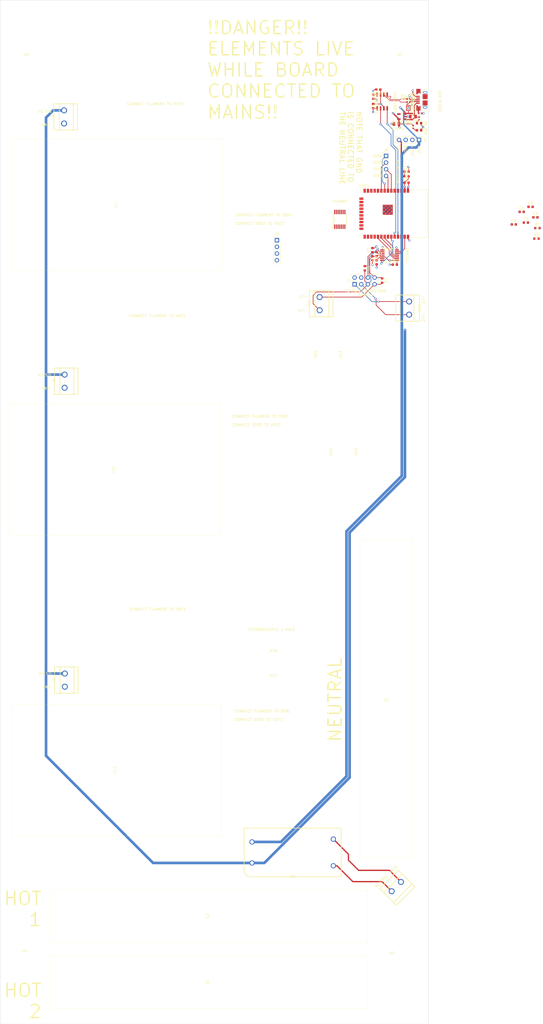
<source format=kicad_pcb>
(kicad_pcb (version 20221018) (generator pcbnew)
  (layers (0 "F.Cu" signal) (1 "In1.Cu" signal) (2 "In2.Cu" signal) (31 "B.Cu" signal) (34 "B.Paste" user) (35 "F.Paste" user) (36 "B.SilkS" user "B.Silkscreen") (37 "F.SilkS" user "F.Silkscreen") (38 "B.Mask" user) (39 "F.Mask" user) (44 "Edge.Cuts" user))
  (net 0 "")
  (net 1 "Net-(J1-Pin_2)")
  (net 2 "Net-(J1-Pin_4)")
  (net 3 "+5V")
  (net 4 "GND")
  (net 5 "+3V3")
  (net 6 "Net-(J1-Pin_6)")
  (net 7 "Net-(J1-Pin_8)")
  (net 8 "Net-(U1_UU1-V33O)")
  (net 9 "/EN")
  (net 10 "Net-(D1_UM1-A)")
  (net 11 "Net-(D2_UM1-A)")
  (net 12 "Net-(USB1_UM1-D+)")
  (net 13 "Net-(USB1_UM1-D-)")
  (net 16 "Net-(ESP1-IO34)")
  (net 17 "Net-(ESP1-IO35)")
  (net 18 "Net-(ESP1-IO32)")
  (net 19 "Net-(ESP1-IO33)")
  (net 20 "HEAT1")
  (net 21 "HEAT2")
  (net 22 "HEAT3")
  (net 23 "Net-(ESP1-IO14)")
  (net 24 "Net-(ESP1-IO12)")
  (net 25 "Net-(ESP1-IO13)")
  (net 32 "Net-(ESP1-IO15)")
  (net 33 "Net-(ESP1-IO2)")
  (net 34 "Net-(ESP1-IO0)")
  (net 35 "Net-(ESP1-IO4)")
  (net 36 "Net-(ESP1-IO16)")
  (net 37 "Net-(ESP1-IO17)")
  (net 38 "Net-(ESP1-IO5)")
  (net 39 "Net-(ESP1-IO18)")
  (net 40 "Net-(ESP1-IO19)")
  (net 42 "Net-(ESP1-IO21)")
  (net 43 "/USB-UART/TX")
  (net 44 "/USB-UART/RX")
  (net 45 "Net-(ESP1-IO22)")
  (net 46 "Net-(ESP1-IO23)")
  (net 47 "Net-(J1-Pin_1)")
  (net 48 "Net-(J1-Pin_3)")
  (net 49 "Net-(J1-Pin_5)")
  (net 50 "Net-(J1-Pin_7)")
  (net 51 "Net-(U1-AC(N))")
  (net 52 "Net-(U1-AC(L))")
  (net 53 "Net-(USB1_UM1-Shield)")
  (net 54 "/USB Micro B/USB D+")
  (net 55 "/USB Micro B/USB D-")
  (footprint "Resistor_SMD:R_0603_1608Metric" (layer "F.Cu") (at 145.6 113.775 -90)
    (fp_text reference "R4")
    (fp_text value "100Ω")
  )
  (footprint "Resistor_SMD:R_0603_1608Metric" (layer "F.Cu") (at 154.875 74.1)
    (fp_text reference "R5")
    (fp_text value "10k")
  )
  (footprint "Resistor_SMD:R_0402_1005Metric" (layer "F.Cu") (at 155.621284 45.847826)
    (fp_text reference "R3_UM1")
    (fp_text value "27")
  )
  (footprint "MountingHole:MountingHole_4mm" (layer "F.Cu") (at 104.2 259.65)
    (fp_text reference "H16")
    (fp_text value "MountingHole")
  )
  (footprint "MountingHole:MountingHole_4mm" (layer "F.Cu") (at 125.224535 141.969665 90)
    (fp_text reference "H12")
    (fp_text value "MountingHole")
  )
  (footprint "erhannis:bus_bar" (layer "F.Cu") (at 147.1 272.8 180)
    (fp_text reference "B3")
    (fp_text value "~")
  )
  (footprint "Capacitor_SMD:C_0603_1608Metric" (layer "F.Cu") (at 198.775 87.6)
    (fp_text reference "C1")
    (fp_text value "100nF")
  )
  (footprint "MountingHole:MountingHole_5mm" (layer "F.Cu") (at 10.004356 33.74613)
    (fp_text reference "H2")
    (fp_text value "MountingHole")
  )
  (footprint "Capacitor_SMD:C_0603_1608Metric" (layer "F.Cu") (at 143.5 103.725 -90)
    (fp_text reference "C2")
    (fp_text value "100nF")
  )
  (footprint "erhannis:SSR Heat Sink" (layer "F.Cu") (at 44.7 84.9 90)
    (fp_text reference "HS1")
    (fp_text value "~")
  )
  (footprint "MountingHole:MountingHole_4mm" (layer "F.Cu") (at 134.774535 141.969665 90)
    (fp_text reference "H13")
    (fp_text value "MountingHole")
  )
  (footprint "easyeda2kicad:CONN-TH_XY126V-5.0-2P" (layer "F.Cu") (at 24.3675 51.4675 90)
    (fp_text reference "J7")
    (fp_text value "XY126V-5.0-2P")
  )
  (footprint "Capacitor_SMD:C_0603_1608Metric" (layer "F.Cu") (at 154.9 76.5)
    (fp_text reference "C11")
    (fp_text value "22uF")
  )
  (footprint "Connector_PinHeader_2.54mm:PinHeader_1x04_P2.54mm_Vertical" (layer "F.Cu") (at 159.647407 60.206615 -90)
    (fp_text reference "J4")
    (fp_text value "Conn_01x04_Pin")
  )
  (footprint "easyeda2kicad:CONN-TH_XY126V-5.0-2P" (layer "F.Cu") (at 155.9 124.248618 -90)
    (fp_text reference "TC2")
    (fp_text value "XY126V-5.0-2P")
  )
  (footprint "erhannis:bus_bar" (layer "F.Cu") (at 79.6 355.8 90)
    (fp_text reference "B2")
    (fp_text value "~")
  )
  (footprint "MountingHole:MountingHole_6mm" (layer "F.Cu") (at 104.493618 298.781929)
    (fp_text reference "H10")
    (fp_text value "MountingHole")
  )
  (footprint "RF_Module:ESP32-WROOM-32D" (layer "F.Cu") (at 147.200716 88.31278 -90)
    (fp_text reference "ESP1")
    (fp_text value "ESP32-WROOM-32D")
  )
  (footprint "Capacitor_SMD:C_0805_2012Metric" (layer "F.Cu") (at 151.057411 54.134186 180)
    (fp_text reference "C2_UM1")
    (fp_text value "10uF")
  )
  (footprint "easyeda2kicad:CONN-TH_XY126V-5.0-2P" (layer "F.Cu") (at 24.651053 265.896888 90)
    (fp_text reference "J9")
    (fp_text value "XY126V-5.0-2P")
  )
  (footprint "Connector_PinHeader_2.54mm:PinHeader_1x04_P2.54mm_Vertical" (layer "F.Cu") (at 147.1 66.3)
    (fp_text reference "J6")
    (fp_text value "Conn_01x04_Pin")
  )
  (footprint "MountingHole:MountingHole_4mm" (layer "F.Cu") (at 104.2 269.2)
    (fp_text reference "H17")
    (fp_text value "MountingHole")
  )
  (footprint "Capacitor_SMD:C_0603_1608Metric" (layer "F.Cu") (at 150.425 107.7)
    (fp_text reference "C10")
    (fp_text value "100nF")
  )
  (footprint "Resistor_SMD:R_0603_1608Metric" (layer "F.Cu") (at 204.8 93.8)
    (fp_text reference "R1")
    (fp_text value "100Ω")
  )
  (footprint "MountingHole:MountingHole_6mm" (layer "F.Cu") (at 58.773784 143.213317)
    (fp_text reference "H9")
    (fp_text value "MountingHole")
  )
  (footprint "Package_TO_SOT_SMD:SOT-666" (layer "F.Cu") (at 155.595122 48.079749 -90)
    (fp_text reference "ESD1_UM1")
    (fp_text value "USBLC6-2P6")
  )
  (footprint "Capacitor_SMD:C_0603_1608Metric" (layer "F.Cu") (at 142.157247 43.820539 -90)
    (fp_text reference "C2_UU1")
    (fp_text value "1uF")
  )
  (footprint "Resistor_SMD:R_0603_1608Metric" (layer "F.Cu") (at 204.425 97.8)
    (fp_text reference "R2")
    (fp_text value "100Ω")
  )
  (footprint "Connector_PinHeader_2.54mm:PinHeader_1x04_P2.54mm_Vertical" (layer "F.Cu") (at 105.5 98.4)
    (fp_text reference "J5")
    (fp_text value "Conn_01x04_Pin")
  )
  (footprint "Capacitor_SMD:C_0603_1608Metric" (layer "F.Cu") (at 141.9 105.325 -90)
    (fp_text reference "C8")
    (fp_text value "10nF")
  )
  (footprint "MountingHole:MountingHole_6mm" (layer "F.Cu") (at 59.189141 255.29839)
    (fp_text reference "H8")
    (fp_text value "MountingHole")
  )
  (footprint "Capacitor_SMD:C_0603_1608Metric" (layer "F.Cu") (at 154.9 72.3)
    (fp_text reference "C12")
    (fp_text value "1uF")
  )
  (footprint "LED_SMD:LED_0603_1608Metric" (layer "F.Cu") (at 159.666415 56.554272 180)
    (fp_text reference "D2_UM1" hide)
    (fp_text value "LED(G)")
  )
  (footprint "Capacitor_SMD:C_0603_1608Metric" (layer "F.Cu") (at 142.157247 47.320539 -90)
    (fp_text reference "C3_UU1")
    (fp_text value "1uF")
  )
  (footprint "MountingHole:MountingHole_6mm" (layer "F.Cu") (at 103.497468 71.427158)
    (fp_text reference "H7")
    (fp_text value "MountingHole")
  )
  (footprint "MountingHole:MountingHole_6mm" (layer "F.Cu") (at 58.84378 29.429038)
    (fp_text reference "H5")
    (fp_text value "MountingHole")
  )
  (footprint "Resistor_SMD:R_0603_1608Metric" (layer "F.Cu") (at 139 109.1 -90)
    (fp_text reference "R3")
    (fp_text value "100Ω")
  )
  (footprint "easyeda2kicad:CONN-TH_XY126V-5.0-2P" (layer "F.Cu") (at 24.576774 152.072016 90)
    (fp_text reference "J8")
    (fp_text value "XY126V-5.0-2P")
  )
  (footprint "Capacitor_SMD:C_0603_1608Metric" (layer "F.Cu") (at 200.375 91.7)
    (fp_text reference "C5")
    (fp_text value "10nF")
  )
  (footprint "easyeda2kicad:CONN-TH_XY126V-5.0-2P" (layer "F.Cu") (at 121.7675 122.5675 90)
    (fp_text reference "TC1")
    (fp_text value "XY126V-5.0-2P")
  )
  (footprint "Resistor_SMD:R_0402_1005Metric" (layer "F.Cu") (at 155.621284 44.613387)
    (fp_text reference "R2_UM1")
    (fp_text value "27")
  )
  (footprint "easyeda2kicad:CONN-TH_XY126V-5.0-2P" (layer "F.Cu") (at 151 344.5 45)
    (fp_text reference "J10" hide)
    (fp_text value "XY126V-5.0-2P")
  )
  (footprint "MountingHole:MountingHole_6mm" (layer "F.Cu") (at 103.807638 186.0323)
    (fp_text reference "H6")
    (fp_text value "MountingHole")
  )
  (footprint "Capacitor_SMD:C_0603_1608Metric" (layer "F.Cu") (at 143.5 106.8 90)
    (fp_text reference "C4")
    (fp_text value "100nF")
  )
  (footprint "Package_SO:SOP-8_3.9x4.9mm_P1.27mm" (layer "F.Cu") (at 145.626917 45.583101 90)
    (fp_text reference "U1_UU1")
    (fp_text value "HT42B534_8SOP")
  )
  (footprint "Resistor_SMD:R_0402_1005Metric" (layer "F.Cu") (at 157.453915 55.294272 -90)
    (fp_text reference "R5_UM1" hide)
    (fp_text value "330")
  )
  (footprint "Resistor_SMD:R_0402_1005Metric" (layer "F.Cu") (at 160.093915 50.108398 180)
    (fp_text reference "R1_UM1" hide)
    (fp_text value "1M")
  )
  (footprint "Package_TO_SOT_SMD:SOT-23-5" (layer "F.Cu") (at 153.109428 51.333414 180)
    (fp_text reference "REG1_UM1")
    (fp_text value "AP2112K-3.3")
  )
  (footprint "Resistor_SMD:R_0402_1005Metric" (layer "F.Cu") (at 159.703915 52.044272 -90)
    (fp_text reference "R4_UM1" hide)
    (fp_text value "330")
  )
  (footprint "easyeda2kicad:TSSOP-14_L5.0-W4.4-P0.65-LS6.4-BL" (layer "F.Cu") (at 148.455062 104.1 -90)
    (fp_text reference "THERM1")
    (fp_text value "MAX31856MUD+T")
  )
  (footprint "erhannis:SSR Heat Sink" (layer "F.Cu") (at 44.3 300.3 90)
    (fp_text reference "HS3")
    (fp_text value "~")
  )
  (footprint "MountingHole:MountingHole_4mm" (layer "F.Cu") (at 131.05 178.9 90)
    (fp_text reference "H14")
    (fp_text value "MountingHole")
  )
  (footprint "MountingHole:MountingHole_5mm" (layer "F.Cu") (at 152.503849 33.751172)
    (fp_text reference "H1")
    (fp_text value "MountingHole")
  )
  (footprint "Connector_PinHeader_2.54mm:PinHeader_2x04_P2.54mm_Vertical" (layer "F.Cu") (at 135.1 115.175 90)
    (fp_text reference "J1")
    (fp_text value "Conn_02x04_Row_Letter_First")
  )
  (footprint "LED_SMD:LED_0603_1608Metric" (layer "F.Cu") (at 159.666415 53.854272 180)
    (fp_text reference "D1_UM1" hide)
    (fp_text value "LED(R)")
  )
  (footprint "erhannis:SSR Heat Sink" (layer "F.Cu") (at 43.8 185.8 90)
    (fp_text reference "HS2")
    (fp_text value "~")
  )
  (footprint "easyeda2kicad:TSSOP-14_L5.0-W4.4-P0.65-LS6.4-BL" (layer "F.Cu") (at 129.436176 90.458234)
    (fp_text reference "THERM2")
    (fp_text value "MAX31856MUD+T")
  )
  (footprint "Capacitor_SMD:C_0805_2012Metric" (layer "F.Cu") (at 157.35663 51.325 180)
    (fp_text reference "C1_UM1")
    (fp_text value "10uF")
  )
  (footprint "Capacitor_SMD:C_0603_1608Metric" (layer "F.Cu") (at 202.175 85.7)
    (fp_text reference "C3")
    (fp_text value "100nF")
  )
  (footprint "easyeda2kicad:PWRM-TH_EC03-S05" (layer "F.Cu") (at 111.5 331.5 180)
    (fp_text reference "U1")
    (fp_text value "EC03-S05_C2840800")
  )
  (footprint "Capacitor_SMD:C_0603_1608Metric" (layer "F.Cu") (at 195.775 92.4)
    (fp_text reference "C9")
    (fp_text value "100nF")
  )
  (footprint "erhannis:bus_bar" (layer "F.Cu") (at 79.6 380.85 90)
    (fp_text reference "B1")
    (fp_text value "~")
  )
  (footprint "MountingHole:MountingHole_4mm" (layer "F.Cu") (at 140.6 178.9 90)
    (fp_text reference "H15")
    (fp_text value "MountingHole")
  )
  (footprint "Capacitor_SMD:C_0603_1608Metric" (layer "F.Cu") (at 141.9 102.175 90)
    (fp_text reference "C7")
    (fp_text value "10nF")
  )
  (footprint "MountingHole:MountingHole_5mm" (layer "F.Cu") (at 149.381483 375.859324)
    (fp_text reference "H3")
    (fp_text value "MountingHole")
  )
  (footprint "MountingHole:MountingHole_6.5mm" (layer "F.Cu") (at 102.38513 224.260905)
    (fp_text reference "H11")
    (fp_text value "MountingHole")
  )
  (footprint "Connector_USB:USB_Micro-B_XKB_U254-051T-4BH83-F1S" (layer "F.Cu") (at 161.581283 44.927826 90)
    (fp_text reference "USB1_UM1")
    (fp_text value "USB_B_Micro")
  )
  (footprint "Capacitor_SMD:C_0603_1608Metric" (layer "F.Cu") (at 144.157247 41.07054 180)
    (fp_text reference "C1_UU1")
    (fp_text value "1uF")
  )
  (footprint "MountingHole:MountingHole_5mm" (layer "F.Cu") (at 9.38827 375.05863)
    (fp_text reference "H4")
    (fp_text value "MountingHole")
  )
  (footprint "Capacitor_SMD:C_0603_1608Metric" (layer "F.Cu") (at 204.025 89.7)
    (fp_text reference "C6")
    (fp_text value "10nF")
  )
  (gr_rect (start 0 7) (end 163.284036 396.831661) (stroke (width 0.1)) (fill none) (layer "Edge.Cuts"))
  (gr_text "USB/UART" (at 149.907247 41.820539 -90) (layer "F.SilkS") (effects (font (size 1 1)) (justify left bottom)))
  (gr_text "GND" (at 15.7 55) (layer "F.SilkS") (effects (font (size 1 1)) (justify left bottom)))
  (gr_text "NOTE THAT GND\nIS CONNECTED TO\nTHE NEUTRAL LINE" (at 129.2 49.2 -90) (layer "F.SilkS") (effects (font (size 2 2) (thickness 0.3)) (justify left bottom)))
  (gr_text "2:T-" (at 162 122.7 90) (layer "F.SilkS") (effects (font (size 1 1)) (justify left bottom)))
  (gr_text "H3 SIG" (at 14.6 264) (layer "F.SilkS") (effects (font (size 1 1)) (justify left bottom)))
  (gr_text "CONNECT FILAMENT TO SSR1\n\nCONNECT SSR2 TO HOT2" (at 89.1 281.5) (layer "F.SilkS") (effects (font (size 1 1)) (justify left bottom)))
  (gr_text "HOT1" (at 149 339.7 45) (layer "F.SilkS") (effects (font (size 1 1)) (justify left bottom)))
  (gr_text "CONNECT FILAMENT TO HOT1" (at 49 127.8) (layer "F.SilkS") (effects (font (size 1 1)) (justify left bottom)))
  (gr_text "IO32" (at 141.9 66.9) (layer "F.SilkS") (effects (font (size 1 1)) (justify left bottom)))
  (gr_text "H1 SIG" (at 14.3 49.9) (layer "F.SilkS") (effects (font (size 1 1)) (justify left bottom)))
  (gr_text "HOT\n2" (at 16.1 395) (layer "F.SilkS") (effects (font (size 5 5) (thickness 0.5)) (justify right bottom)))
  (gr_text "1:T+" (at 113.6 120.5) (layer "F.SilkS") (effects (font (size 1 1)) (justify left bottom)))
  (gr_text "NEUTRAL" (at 130.6 289.8 90) (layer "F.SilkS") (effects (font (size 5 5) (thickness 0.5)) (justify left bottom)))
  (gr_text "1:T-" (at 113.5 125.8) (layer "F.SilkS") (effects (font (size 1 1)) (justify left bottom)))
  (gr_text "CONNECT FILAMENT TO SSR1\n\nCONNECT SSR2 TO HOT2" (at 89.6 92.6) (layer "F.SilkS") (effects (font (size 1 1)) (justify left bottom)))
  (gr_text "+3V3" (at 156.5 62.1 270) (layer "F.SilkS") (effects (font (size 1 1)) (justify left bottom)))
  (gr_text "5V" (at 161.566415 52.854272 -90) (layer "F.SilkS") (effects (font (size 1 1)) (justify left bottom)))
  (gr_text "IO35" (at 142.1 74.4) (layer "F.SilkS") (effects (font (size 1 1)) (justify left bottom)))
  (gr_text "CONNECT FILAMENT TO HOT1" (at 49.2 239.5) (layer "F.SilkS") (effects (font (size 1 1)) (justify left bottom)))
  (gr_text "GND" (at 16 269.1) (layer "F.SilkS") (effects (font (size 1 1)) (justify left bottom)))
  (gr_text "IO33" (at 142 69.4) (layer "F.SilkS") (effects (font (size 1 1)) (justify left bottom)))
  (gr_text "EN" (at 151.5 62.1 -90) (layer "F.SilkS") (effects (font (size 1 1)) (justify left bottom)))
  (gr_text "GND" (at 15.7 155.4) (layer "F.SilkS") (effects (font (size 1 1)) (justify left bottom)))
  (gr_text "TC NOISE RESISTORS\nBYBASS" (at 139.3 119.9) (layer "F.SilkS") (effects (font (size 1 1)) (justify bottom)))
  (gr_text "USB MICRO" (at 167.049923 41.05279 -90) (layer "F.SilkS") (effects (font (size 1 1)) (justify left bottom)))
  (gr_text "H2 SIG" (at 14.3 150.3) (layer "F.SilkS") (effects (font (size 1 1)) (justify left bottom)))
  (gr_text "2:T+" (at 162 129.6 90) (layer "F.SilkS") (effects (font (size 1 1)) (justify left bottom)))
  (gr_text "THERMOCOUPLE 1 HOLE" (at 94.4 247.2) (layer "F.SilkS") (effects (font (size 1 1)) (justify left bottom)))
  (gr_text "GND" (at 153.9 62.1 270) (layer "F.SilkS") (effects (font (size 1 1)) (justify left bottom)))
  (gr_text "HOT\n1" (at 16.1 360) (layer "F.SilkS") (effects (font (size 5 5) (thickness 0.5)) (justify right bottom)))
  (gr_text "+5V" (at 159 62.1 270) (layer "F.SilkS") (effects (font (size 1 1)) (justify left bottom)))
  (gr_text "IO34" (at 142.1 71.9) (layer "F.SilkS") (effects (font (size 1 1)) (justify left bottom)))
  (gr_text "3V3" (at 161.566415 55.354272 -90) (layer "F.SilkS") (effects (font (size 1 1)) (justify left bottom)))
  (gr_text "CONNECT FILAMENT TO SSR1\n\nCONNECT SSR2 TO HOT2" (at 88.3 169.3) (layer "F.SilkS") (effects (font (size 1 1)) (justify left bottom)))
  (gr_text "!!DANGER!!\nELEMENTS LIVE\nWHILE BOARD\nCONNECTED TO\nMAINS!!" (at 78.6 52.6) (layer "F.SilkS") (effects (font (size 5 5) (thickness 0.5)) (justify left bottom)))
  (gr_text "CONNECT FILAMENT TO HOT1" (at 48.2 47.1) (layer "F.SilkS") (effects (font (size 1 1)) (justify left bottom)))
  (gr_text "NEUTRAL" (at 143.3 345.2 45) (layer "F.SilkS") (effects (font (size 1 1)) (justify left bottom)))
  (gr_text "BOOT DELAY" (at 152.3 76.8 90) (layer "F.SilkS") (effects (font (size 1 1)) (justify left bottom)))
  (segment (start 155.595122 50.064478) (end 155.680643 50.150001) (width 0.25) (layer "F.Cu") (net 3))
  (segment (start 157.131631 50.15) (end 155.680643 50.150001) (width 0.5) (layer "F.Cu") (net 3))
  (segment (start 154.46351 52.5) (end 155.5 52.5) (width 0.5) (layer "F.Cu") (net 3))
  (segment (start 158.30663 51.324999) (end 157.131631 50.15) (width 0.5) (layer "F.Cu") (net 3))
  (segment (start 155.5 52.5) (end 157.131629 52.5) (width 0.5) (layer "F.Cu") (net 3))
  (segment (start 155.594796 50.064154) (end 155.680643 50.150001) (width 0.25) (layer "F.Cu") (net 3))
  (segment (start 159.703915 51.534272) (end 158.515902 51.534272) (width 0.25) (layer "F.Cu") (net 3))
  (segment (start 157.131629 52.5) (end 158.30663 51.324999) (width 0.5) (layer "F.Cu") (net 3))
  (segment (start 158.646917 46.227826) (end 159.296284 46.227826) (width 0.4) (layer "F.Cu") (net 3))
  (segment (start 154.41351 52.45) (end 154.246926 52.283415) (width 0.4) (layer "F.Cu") (net 3))
  (segment (start 155.595122 49.004749) (end 155.595122 50.064478) (width 0.25) (layer "F.Cu") (net 3))
  (segment (start 157.882091 50.900462) (end 158.306629 51.325) (width 0.4) (layer "F.Cu") (net 3))
  (segment (start 157.88209 46.992652) (end 158.646917 46.227826) (width 0.4) (layer "F.Cu") (net 3))
  (segment (start 154.41351 52.45) (end 154.46351 52.5) (width 0.5) (layer "F.Cu") (net 3))
  (segment (start 155.680643 50.150001) (end 154.48034 50.15) (width 0.5) (layer "F.Cu") (net 3))
  (segment (start 154.246928 49.662176) (end 152.469227 47.884475) (width 0.5) (layer "F.Cu") (net 3))
  (segment (start 157.88209 46.992652) (end 157.882091 50.900462) (width 0.4) (layer "F.Cu") (net 3))
  (segment (start 154.48034 50.15) (end 154.246926 50.383414) (width 0.5) (layer "F.Cu") (net 3))
  (segment (start 154.246928 50.383414) (end 154.246928 49.662176) (width 0.5) (layer "F.Cu") (net 3))
  (segment (start 158.515902 51.534272) (end 158.306629 51.325) (width 0.25) (layer "F.Cu") (net 3))
  (via (at 152.469227 47.884475) (size 0.8) (drill 0.4) (layers "F.Cu" "B.Cu") (net 3))
  (segment (start 159.647407 60.206615) (end 159.647407 62.052593) (width 1) (layer "B.Cu") (net 3))
  (segment (start 153.805527 54.364735) (end 159.647407 60.206615) (width 0.5) (layer "B.Cu") (net 3))
  (segment (start 153.1 65.7) (end 153.1 188.102944) (width 1) (layer "B.Cu") (net 3))
  (segment (start 132 302.502944) (end 107.002944 327.5) (width 1) (layer "B.Cu") (net 3))
  (segment (start 132 209.202944) (end 132 302.502944) (width 1) (layer "B.Cu") (net 3))
  (segment (start 155.7 63.1) (end 153.1 65.7) (width 1) (layer "B.Cu") (net 3))
  (segment (start 153.805527 49.220775) (end 153.805527 54.364735) (width 0.5) (layer "B.Cu") (net 3))
  (segment (start 152.469227 47.884475) (end 153.805527 49.220775) (width 0.5) (layer "B.Cu") (net 3))
  (segment (start 158.6 63.1) (end 155.7 63.1) (width 1) (layer "B.Cu") (net 3))
  (segment (start 153.1 188.102944) (end 132 209.202944) (width 1) (layer "B.Cu") (net 3))
  (segment (start 107.002944 327.5) (end 96 327.5) (width 1) (layer "B.Cu") (net 3))
  (segment (start 159.647407 62.052593) (end 158.6 63.1) (width 1) (layer "B.Cu") (net 3))
  (segment (start 145.655062 102.15) (end 145.655062 101.044938) (width 0.25) (layer "F.Cu") (net 4))
  (segment (start 155.595122 48.050921) (end 155.615387 48.071186) (width 0.25) (layer "F.Cu") (net 4))
  (segment (start 160.453915 56.054272) (end 161.203915 55.304272) (width 0.25) (layer "F.Cu") (net 4))
  (segment (start 141.9 106.1) (end 141.9 107.8) (width 0.25) (layer "F.Cu") (net 4))
  (segment (start 155.675 76.5) (end 155.675 78.025) (width 0.25) (layer "F.Cu") (net 4))
  (segment (start 143.182247 44.595539) (end 143.657247 45.070539) (width 0.25) (layer "F.Cu") (net 4))
  (segment (start 160.453915 56.554272) (end 160.453915 56.054272) (width 0.25) (layer "F.Cu") (net 4))
  (segment (start 155.675 72.3) (end 155.675 70.575) (width 0.25) (layer "F.Cu") (net 4))
  (segment (start 142.269809 48.208101) (end 142.157247 48.095539) (width 0.25) (layer "F.Cu") (net 4))
  (segment (start 155.450716 97.06278) (end 155.450716 97.950716) (width 0.25) (layer "F.Cu") (net 4))
  (segment (start 155.450716 79.56278) (end 155.450716 78.249284) (width 0.5) (layer "F.Cu") (net 4))
  (segment (start 155.490007 51.324999) (end 155.481589 51.333416) (width 0.4) (layer "F.Cu") (net 4))
  (segment (start 160.453915 53.854272) (end 160.453915 54.554272) (width 0.25) (layer "F.Cu") (net 4))
  (segment (start 155.481589 51.333414) (end 155.481589 51.333416) (width 0.4) (layer "F.Cu") (net 4))
  (segment (start 155.450716 78.249284) (end 155.6 78.1) (width 0.5) (layer "F.Cu") (net 4))
  (segment (start 141.9 101.4) (end 142.7 101.4) (width 0.25) (layer "F.Cu") (net 4))
  (segment (start 159.296283 43.627826) (end 158.221284 43.627827) (width 0.4) (layer "F.Cu") (net 4))
  (segment (start 155.675 78.025) (end 155.6 78.1) (width 0.25) (layer "F.Cu") (net 4))
  (segment (start 142.657247 41.07054) (end 142.157247 41.570539) (width 0.25) (layer "F.Cu") (net 4))
  (segment (start 151.255062 101.455062) (end 151 101.2) (width 0.25) (layer "F.Cu") (net 4))
  (segment (start 160.453915 54.554272) (end 161.203915 55.304272) (width 0.25) (layer "F.Cu") (net 4))
  (segment (start 155.595122 47.154749) (end 155.595122 48.050921) (width 0.25) (layer "F.Cu") (net 4))
  (segment (start 155.675 70.575) (end 155.6 70.5) (width 0.25) (layer "F.Cu") (net 4))
  (segment (start 142.157247 48.095539) (end 142.157247 49.570539) (width 0.25) (layer "F.Cu") (net 4))
  (segment (start 157.295117 42.701659) (end 157.295117 41.387505) (width 0.4) (layer "F.Cu") (net 4))
  (segment (start 143.382247 41.070539) (end 142.657247 41.07054) (width 0.25) (layer "F.Cu") (net 4))
  (segment (start 142.157247 44.595539) (end 143.182247 44.595539) (width 0.25) (layer "F.Cu") (net 4))
  (segment (start 143.5 107.575) (end 143.5 108.8) (width 0.25) (layer "F.Cu") (net 4))
  (segment (start 154.246928 51.333414) (end 155.481589 51.333414) (width 0.5) (layer "F.Cu") (net 4))
  (segment (start 151.255062 102.15) (end 151.255062 101.455062) (width 0.25) (layer "F.Cu") (net 4))
  (segment (start 149.205927 54.134186) (end 149.194262 54.122521) (width 0.5) (layer "F.Cu") (net 4))
  (segment (start 150.107412 54.134186) (end 149.205927 54.134186) (width 0.5) (layer "F.Cu") (net 4))
  (segment (start 160.603915 50.108398) (end 161.335614 50.108398) (width 0.5) (layer "F.Cu") (net 4))
  (segment (start 155.450716 97.950716) (end 156 98.5) (width 0.25) (layer "F.Cu") (net 4))
  (segment (start 142.7 101.4) (end 143.4 100.7) (width 0.25) (layer "F.Cu") (net 4))
  (segment (start 143.721916 48.208102) (end 142.269809 48.208101) (width 0.25) (layer "F.Cu") (net 4))
  (segment (start 156.40663 51.325001) (end 155.490007 51.324999) (width 0.5) (layer "F.Cu") (net 4))
  (segment (start 145.655062 101.044938) (end 145.7 101) (width 0.25) (layer "F.Cu") (net 4))
  (segment (start 149.65 107.7) (end 148.5 107.7) (width 0.25) (layer "F.Cu") (net 4))
  (segment (start 158.221284 43.627827) (end 157.295117 42.701659) (width 0.4) (layer "F.Cu") (net 4))
  (via (at 145.7 101) (size 0.8) (drill 0.4) (layers "F.Cu" "B.Cu") (net 4))
  (via (at 143.657247 45.070539) (size 0.8) (drill 0.4) (layers "F.Cu" "B.Cu") (net 4))
  (via (at 148.5 107.7) (size 0.8) (drill 0.4) (layers "F.Cu" "B.Cu") (net 4))
  (via (at 141.9 107.8) (size 0.8) (drill 0.4) (layers "F.Cu" "B.Cu") (net 4))
  (via (at 151 101.2) (size 0.8) (drill 0.4) (layers "F.Cu" "B.Cu") (net 4))
  (via (at 149.194262 54.122521) (size 0.8) (drill 0.4) (layers "F.Cu" "B.Cu") (net 4))
  (via (at 143.4 100.7) (size 0.8) (drill 0.4) (layers "F.Cu" "B.Cu") (net 4))
  (via (at 161.203915 55.304272) (size 0.8) (drill 0.4) (layers "F.Cu" "B.Cu") (net 4))
  (via (at 155.615387 48.071186) (size 0.8) (drill 0.4) (layers "F.Cu" "B.Cu") (net 4))
  (via (at 161.34974 50.094272) (size 0.8) (drill 0.4) (layers "F.Cu" "B.Cu") (net 4))
  (via (at 155.481589 51.333416) (size 0.8) (drill 0.4) (layers "F.Cu" "B.Cu") (net 4))
  (via (at 156 98.5) (size 0.8) (drill 0.4) (layers "F.Cu" "B.Cu") (net 4))
  (via (at 143.5 108.8) (size 0.8) (drill 0.4) (layers "F.Cu" "B.Cu") (net 4))
  (via (at 155.6 70.5) (size 0.8) (drill 0.4) (layers "F.Cu" "B.Cu") (net 4))
  (via (at 142.157247 49.570539) (size 0.8) (drill 0.4) (layers "F.Cu" "B.Cu") (net 4))
  (via (at 155.6 78.1) (size 0.8) (drill 0.4) (layers "F.Cu" "B.Cu") (net 4))
  (via (at 157.295117 41.387505) (size 0.8) (drill 0.4) (layers "F.Cu" "B.Cu") (net 4))
  (via (at 154.3 132.6) (size 0.8) (drill 0.4) (layers "F.Cu" "B.Cu") (net 4))
  (via (at 142.157247 41.570539) (size 0.8) (drill 0.4) (layers "F.Cu" "B.Cu") (net 4))
  (segment (start 133.2 209.7) (end 154.3 188.6) (width 1) (layer "B.Cu") (net 4))
  (segment (start 133.2 303) (end 133.2 209.7) (width 1) (layer "B.Cu") (net 4))
  (segment (start 17.5 263.4) (end 17.5 149.6) (width 1) (layer "B.Cu") (net 4))
  (segment (start 24.576774 149.572016) (end 17.527984 149.572016) (width 1) (layer "B.Cu") (net 4))
  (segment (start 100.7 335.5) (end 133.2 303) (width 1) (layer "B.Cu") (net 4))
  (segment (start 17.527984 149.572016) (end 17.5 149.6) (width 1) (layer "B.Cu") (net 4))
  (segment (start 97.8 335.5) (end 100.7 335.5) (width 1) (layer "B.Cu") (net 4))
  (segment (start 17.5 51.7) (end 20.2325 48.9675) (width 1) (layer "B.Cu") (net 4))
  (segment (start 154.3 188.6) (end 154.3 132.6) (width 1) (layer "B.Cu") (net 4))
  (segment (start 97.8 335.5) (end 58.3 335.5) (width 1) (layer "B.Cu") (net 4))
  (segment (start 17.503112 263.396888) (end 17.5 263.4) (width 1) (layer "B.Cu") (net 4))
  (segment (start 17.5 294.7) (end 17.5 263.4) (width 1) (layer "B.Cu") (net 4))
  (segment (start 96 335.5) (end 97.8 335.5) (width 1) (layer "B.Cu") (net 4))
  (segment (start 20.2325 48.9675) (end 24.3675 48.9675) (width 1) (layer "B.Cu") (net 4))
  (segment (start 24.651053 263.396888) (end 17.503112 263.396888) (width 1) (layer "B.Cu") (net 4))
  (segment (start 17.5 149.6) (end 17.5 51.7) (width 1) (layer "B.Cu") (net 4))
  (segment (start 58.3 335.5) (end 17.5 294.7) (width 1) (layer "B.Cu") (net 4))
  (segment (start 154.125 76.5) (end 154.125 78.025) (width 0.25) (layer "F.Cu") (net 5))
  (segment (start 144.932247 41.07054) (end 144.932246 42.898431) (width 0.25) (layer "F.Cu") (net 5))
  (segment (start 151.971928 52.280074) (end 149.706493 50.014639) (width 0.5) (layer "F.Cu") (net 5))
  (segment (start 151.971928 52.283415) (end 151.971928 52.280074) (width 0.5) (layer "F.Cu") (net 5))
  (segment (start 155.7 74.1) (end 155.7 74.925) (width 0.25) (layer "F.Cu") (net 5))
  (segment (start 156.803829 54.134186) (end 152.955527 54.134186) (width 0.25) (layer "F.Cu") (net 5))
  (segment (start 151.97705 54.103826) (end 152.007412 54.134189) (width 0.4) (layer "F.Cu") (net 5))
  (segment (start 151.971928 54.098703) (end 152.00741 54.134186) (width 0.5) (layer "F.Cu") (net 5))
  (segment (start 148.005062 106.05) (end 146.705062 104.75) (width 0.25) (layer "F.Cu") (net 5))
  (segment (start 144.991916 42.958101) (end 144.991917 46.405209) (width 0.25) (layer "F.Cu") (net 5))
  (segment (start 154.180716 79.56278) (end 154.180716 78.119284) (width 0.5) (layer "F.Cu") (net 5))
  (segment (start 146.705062 104.75) (end 145.655062 104.75) (width 0.25) (layer "F.Cu") (net 5))
  (segment (start 145.655062 104.75) (end 144.775 104.75) (width 0.25) (layer "F.Cu") (net 5))
  (segment (start 152.291917 55.435868) (end 152.007411 55.151363) (width 0.5) (layer "F.Cu") (net 5))
  (segment (start 151.255062 106.05) (end 151.255062 107.644938) (width 0.25) (layer "F.Cu") (net 5))
  (segment (start 142.157247 46.545539) (end 145.132247 46.545539) (width 0.25) (layer "F.Cu") (net 5))
  (segment (start 145.132247 46.545539) (end 146.261917 47.675209) (width 0.25) (layer "F.Cu") (net 5))
  (segment (start 151.255062 107.644938) (end 151.2 107.7) (width 0.25) (layer "F.Cu") (net 5))
  (segment (start 155.7 74.925) (end 154.125 76.5) (width 0.25) (layer "F.Cu") (net 5))
  (segment (start 152.00741 54.134186) (end 152.955527 54.134186) (width 0.5) (layer "F.Cu") (net 5))
  (segment (start 144.991917 46.405209) (end 145.132247 46.545539) (width 0.25) (layer "F.Cu") (net 5))
  (segment (start 146.261917 47.675209) (end 146.261917 48.208102) (width 0.25) (layer "F.Cu") (net 5))
  (segment (start 152.007411 55.151363) (end 152.00741 54.134186) (width 0.5) (layer "F.Cu") (net 5))
  (segment (start 154.125 78.025) (end 154.2 78.1) (width 0.25) (layer "F.Cu") (net 5))
  (segment (start 151.255062 106.05) (end 148.005062 106.05) (width 0.25) (layer "F.Cu") (net 5))
  (segment (start 144.775 104.75) (end 143.5 106.025) (width 0.25) (layer "F.Cu") (net 5))
  (segment (start 151.971928 52.283415) (end 151.971928 54.098703) (width 0.5) (layer "F.Cu") (net 5))
  (segment (start 144.932246 42.898431) (end 144.991916 42.958101) (width 0.25) (layer "F.Cu") (net 5))
  (segment (start 157.453914 54.784272) (end 156.803829 54.134186) (width 0.25) (layer "F.Cu") (net 5))
  (segment (start 154.180716 78.119284) (end 154.2 78.1) (width 0.5) (layer "F.Cu") (net 5))
  (via (at 148.5 106.05) (size 0.8) (drill 0.4) (layers "F.Cu" "B.Cu") (net 5))
  (via (at 152.955527 54.134186) (size 0.8) (drill 0.4) (layers "F.Cu" "B.Cu") (net 5))
  (via (at 154.2 78.1) (size 0.8) (drill 0.4) (layers "F.Cu" "B.Cu") (net 5))
  (via (at 152.291917 55.435868) (size 0.8) (drill 0.4) (layers "F.Cu" "B.Cu") (net 5))
  (via (at 149.706493 50.014639) (size 0.8) (drill 0.4) (layers "F.Cu" "B.Cu") (net 5))
  (via (at 145.132247 46.545539) (size 0.8) (drill 0.4) (layers "F.Cu" "B.Cu") (net 5))
  (segment (start 140.18 104.67) (end 141.9 102.95) (width 0.25) (layer "F.Cu") (net 6))
  (segment (start 140.18 112.635) (end 140.18 108.2) (width 0.25) (layer "F.Cu") (net 6))
  (segment (start 143.5 102.95) (end 144 103.45) (width 0.25) (layer "F.Cu") (net 6))
  (segment (start 141.9 102.95) (end 143.5 102.95) (width 0.25) (layer "F.Cu") (net 6))
  (segment (start 139 108.275) (end 140.105 108.275) (width 0.25) (layer "F.Cu") (net 6))
  (segment (start 140.105 108.275) (end 140.18 108.2) (width 0.25) (layer "F.Cu") (net 6))
  (segment (start 144 103.45) (end 145.655062 103.45) (width 0.25) (layer "F.Cu") (net 6))
  (segment (start 140.18 108.2) (end 140.18 104.67) (width 0.25) (layer "F.Cu") (net 6))
  (segment (start 145.285 112.635) (end 142.72 112.635) (width 0.25) (layer "F.Cu") (net 7))
  (segment (start 143.45 104.55) (end 143.5 104.5) (width 0.25) (layer "F.Cu") (net 7))
  (segment (start 145.6 112.95) (end 145.285 112.635) (width 0.25) (layer "F.Cu") (net 7))
  (segment (start 140.9 105.55) (end 140.9 110.815) (width 0.25) (layer "F.Cu") (net 7))
  (segment (start 143.9 104.1) (end 145.655062 104.1) (width 0.25) (layer "F.Cu") (net 7))
  (segment (start 140.9 110.815) (end 142.72 112.635) (width 0.25) (layer "F.Cu") (net 7))
  (segment (start 141.9 104.55) (end 140.9 105.55) (width 0.25) (layer "F.Cu") (net 7))
  (segment (start 141.9 104.55) (end 143.45 104.55) (width 0.25) (layer "F.Cu") (net 7))
  (segment (start 143.5 104.5) (end 143.9 104.1) (width 0.25) (layer "F.Cu") (net 7))
  (segment (start 143.721917 42.958101) (end 142.244685 42.958101) (width 0.25) (layer "F.Cu") (net 8))
  (segment (start 142.244685 42.958101) (end 142.157247 43.045539) (width 0.25) (layer "F.Cu") (net 8))
  (segment (start 154.125 72.3) (end 154.125 74.025) (width 0.25) (layer "F.Cu") (net 9))
  (segment (start 152.910716 74.1) (end 152.910716 61.089924) (width 0.5) (layer "F.Cu") (net 9))
  (segment (start 152.910716 79.56278) (end 152.910716 74.1) (width 0.5) (layer "F.Cu") (net 9))
  (segment (start 154.05 74.1) (end 152.910716 74.1) (width 0.25) (layer "F.Cu") (net 9))
  (segment (start 152.910716 61.089924) (end 152.027407 60.206615) (width 0.5) (layer "F.Cu") (net 9))
  (segment (start 154.125 74.025) (end 154.05 74.1) (width 0.25) (layer "F.Cu") (net 9))
  (segment (start 158.878914 53.854272) (end 158.878915 53.379272) (width 0.25) (layer "F.Cu") (net 10))
  (segment (start 158.878915 53.379272) (end 159.703915 52.554273) (width 0.25) (layer "F.Cu") (net 10))
  (segment (start 158.878915 56.554272) (end 158.203915 56.554272) (width 0.25) (layer "F.Cu") (net 11))
  (segment (start 158.203915 56.554272) (end 157.453914 55.804272) (width 0.25) (layer "F.Cu") (net 11))
  (segment (start 156.164302 47.261429) (end 156.132622 47.229749) (width 0.25) (layer "F.Cu") (net 12))
  (segment (start 157.210817 44.927825) (end 159.296283 44.927826) (width 0.4) (layer "F.Cu") (net 12))
  (segment (start 155.978685 43.354617) (end 155.978685 44.460788) (width 0.25) (layer "F.Cu") (net 12))
  (segment (start 156.339887 47.437014) (end 156.339887 48.722484) (width 0.25) (layer "F.Cu") (net 12))
  (segment (start 156.132622 47.229749) (end 156.339887 47.437014) (width 0.25) (layer "F.Cu") (net 12))
  (segment (start 156.131283 44.613387) (end 156.445722 44.927826) (width 0.4) (layer "F.Cu") (net 12))
  (segment (start 156.734645 47.261428) (end 156.164302 47.261429) (width 0.25) (layer "F.Cu") (net 12))
  (segment (start 155.978685 44.460788) (end 156.131283 44.613387) (width 0.25) (layer "F.Cu") (net 12))
  (segment (start 156.445722 44.927826) (end 157.210817 44.927825) (width 0.4) (layer "F.Cu") (net 12))
  (segment (start 156.339887 48.722484) (end 156.132622 48.929749) (width 0.25) (layer "F.Cu") (net 12))
  (via (at 156.734645 47.261428) (size 0.8) (drill 0.4) (layers "F.Cu" "B.Cu") (net 12))
  (via (at 155.978685 43.354617) (size 0.8) (drill 0.4) (layers "F.Cu" "B.Cu") (net 12))
  (segment (start 156.971053 44.346986) (end 156.971054 47.262565) (width 0.25) (layer "B.Cu") (net 12))
  (segment (start 155.978685 43.354617) (end 156.971053 44.346986) (width 0.25) (layer "B.Cu") (net 12))
  (segment (start 155.057622 47.229749) (end 155.057296 47.229424) (width 0.25) (layer "F.Cu") (net 13))
  (segment (start 155.486284 46.492827) (end 156.131284 45.847826) (width 0.25) (layer "F.Cu") (net 13))
  (segment (start 154.889887 48.762014) (end 155.057622 48.929749) (width 0.25) (layer "F.Cu") (net 13))
  (segment (start 154.889887 47.397484) (end 154.889887 48.762014) (width 0.25) (layer "F.Cu") (net 13))
  (segment (start 155.057297 46.725456) (end 155.289927 46.492826) (width 0.25) (layer "F.Cu") (net 13))
  (segment (start 156.401284 45.577826) (end 159.296284 45.577826) (width 0.4) (layer "F.Cu") (net 13))
  (segment (start 155.057296 47.229424) (end 155.057297 46.725456) (width 0.25) (layer "F.Cu") (net 13))
  (segment (start 156.131284 45.847826) (end 156.401284 45.577826) (width 0.4) (layer "F.Cu") (net 13))
  (segment (start 155.289927 46.492826) (end 155.486284 46.492827) (width 0.25) (layer "F.Cu") (net 13))
  (segment (start 155.057622 47.229749) (end 154.889887 47.397484) (width 0.25) (layer "F.Cu") (net 13))
  (segment (start 149.100716 73.380716) (end 149.100716 79.56278) (width 0.25) (layer "F.Cu") (net 16))
  (segment (start 147.1 71.38) (end 149.100716 73.380716) (width 0.25) (layer "F.Cu") (net 16))
  (segment (start 147.1 73.92) (end 147.830716 74.650716) (width 0.25) (layer "F.Cu") (net 17))
  (segment (start 147.830716 74.650716) (end 147.830716 79.56278) (width 0.25) (layer "F.Cu") (net 17))
  (segment (start 146.560716 76.939284) (end 146.560716 79.56278) (width 0.25) (layer "F.Cu") (net 18))
  (segment (start 146.6 76.9) (end 146.560716 76.939284) (width 0.25) (layer "F.Cu") (net 18))
  (via (at 146.6 76.9) (size 0.8) (drill 0.4) (layers "F.Cu" "B.Cu") (net 18))
  (segment (start 145.7 67.7) (end 145.7 76.1) (width 0.25) (layer "B.Cu") (net 18))
  (segment (start 147.1 66.3) (end 145.7 67.7) (width 0.25) (layer "B.Cu") (net 18))
  (segment (start 145.7 76.1) (end 146.5 76.9) (width 0.25) (layer "B.Cu") (net 18))
  (segment (start 146.5 76.9) (end 146.6 76.9) (width 0.25) (layer "B.Cu") (net 18))
  (segment (start 145.290716 70.649284) (end 145.290716 79.56278) (width 0.25) (layer "F.Cu") (net 19))
  (segment (start 147.1 68.84) (end 145.290716 70.649284) (width 0.25) (layer "F.Cu") (net 19))
  (segment (start 151.255062 105.4) (end 150.155062 105.4) (width 0.25) (layer "F.Cu") (net 38))
  (segment (start 148.3 102) (end 144.020716 97.720716) (width 0.25) (layer "F.Cu") (net 38))
  (segment (start 144.020716 97.720716) (end 144.020716 97.06278) (width 0.25) (layer "F.Cu") (net 38))
  (segment (start 148.3 103.544938) (end 148.3 102) (width 0.25) (layer "F.Cu") (net 38))
  (segment (start 150.155062 105.4) (end 148.3 103.544938) (width 0.25) (layer "F.Cu") (net 38))
  (segment (start 151.255062 104.75) (end 150.155062 104.75) (width 0.25) (layer "F.Cu") (net 39))
  (segment (start 149 101.352064) (end 145.290716 97.64278) (width 0.25) (layer "F.Cu") (net 39))
  (segment (start 150.155062 104.75) (end 149 103.594938) (width 0.25) (layer "F.Cu") (net 39))
  (segment (start 145.290716 97.64278) (end 145.290716 97.06278) (width 0.25) (layer "F.Cu") (net 39))
  (segment (start 149 103.594938) (end 149 101.352064) (width 0.25) (layer "F.Cu") (net 39))
  (segment (start 150.155062 104.1) (end 149.7 103.644938) (width 0.25) (layer "F.Cu") (net 40))
  (segment (start 149.7 103.644938) (end 149.7 100.782064) (width 0.25) (layer "F.Cu") (net 40))
  (segment (start 151.255062 104.1) (end 150.155062 104.1) (width 0.25) (layer "F.Cu") (net 40))
  (segment (start 146.560716 97.64278) (end 146.560716 97.06278) (width 0.25) (layer "F.Cu") (net 40))
  (segment (start 149.7 100.782064) (end 146.560716 97.64278) (width 0.25) (layer "F.Cu") (net 40))
  (segment (start 149.100716 98.300716) (end 149.6 98.8) (width 0.25) (layer "F.Cu") (net 42))
  (segment (start 145.3 106.405062) (end 145.655062 106.05) (width 0.25) (layer "F.Cu") (net 42))
  (segment (start 149.100716 97.06278) (end 149.100716 98.300716) (width 0.25) (layer "F.Cu") (net 42))
  (segment (start 145.3 107.3) (end 145.3 106.405062) (width 0.25) (layer "F.Cu") (net 42))
  (via (at 149.6 98.8) (size 0.8) (drill 0.4) (layers "F.Cu" "B.Cu") (net 42))
  (via (at 145.3 107.3) (size 0.8) (drill 0.4) (layers "F.Cu" "B.Cu") (net 42))
  (segment (start 149.6 98.8) (end 149.6 103) (width 0.25) (layer "B.Cu") (net 42))
  (segment (start 149.6 103) (end 145.3 107.3) (width 0.25) (layer "B.Cu") (net 42))
  (segment (start 144.991917 54.208083) (end 145 54.2) (width 0.25) (layer "F.Cu") (net 43))
  (segment (start 144.991917 54.235869) (end 144.991917 54.208083) (width 0.25) (layer "F.Cu") (net 43))
  (segment (start 150.3 96.992064) (end 150.370716 97.06278) (width 0.25) (layer "F.Cu") (net 43))
  (segment (start 144.991917 48.208101) (end 144.991917 54.235869) (width 0.25) (layer "F.Cu") (net 43))
  (segment (start 150.3 95.7) (end 150.3 96.992064) (width 0.25) (layer "F.Cu") (net 43))
  (via (at 150.3 95.7) (size 0.8) (drill 0.4) (layers "F.Cu" "B.Cu") (net 43))
  (via (at 145 54.2) (size 0.8) (drill 0.4) (layers "F.Cu" "B.Cu") (net 43))
  (segment (start 149 58.2) (end 149 62.3) (width 0.25) (layer "B.Cu") (net 43))
  (segment (start 149 62.3) (end 150.8 64.1) (width 0.25) (layer "B.Cu") (net 43))
  (segment (start 150.8 64.1) (end 150.8 95.2) (width 0.25) (layer "B.Cu") (net 43))
  (segment (start 150.8 95.2) (end 150.3 95.7) (width 0.25) (layer "B.Cu") (net 43))
  (segment (start 145 54.2) (end 149 58.2) (width 0.25) (layer "B.Cu") (net 43))
  (segment (start 147.531917 54.195869) (end 147.595869 54.195869) (width 0.25) (layer "F.Cu") (net 44))
  (segment (start 147.595869 54.195869) (end 147.6 54.2) (width 0.25) (layer "F.Cu") (net 44))
  (segment (start 151.6 97.022064) (end 151.640716 97.06278) (width 0.25) (layer "F.Cu") (net 44))
  (segment (start 147.531917 48.208101) (end 147.531917 54.195869) (width 0.25) (layer "F.Cu") (net 44))
  (segment (start 151.6 95.6) (end 151.6 97.022064) (width 0.25) (layer "F.Cu") (net 44))
  (via (at 151.6 95.6) (size 0.8) (drill 0.4) (layers "F.Cu" "B.Cu") (net 44))
  (via (at 147.6 54.2) (size 0.8) (drill 0.4) (layers "F.Cu" "B.Cu") (net 44))
  (segment (start 149.755716 56.355716) (end 149.755716 62.005716) (width 0.25) (layer "B.Cu") (net 44))
  (segment (start 149.755716 62.005716) (end 151.6 63.85) (width 0.25) (layer "B.Cu") (net 44))
  (segment (start 151.6 63.85) (end 151.6 95.6) (width 0.25) (layer "B.Cu") (net 44))
  (segment (start 147.6 54.2) (end 149.755716 56.355716) (width 0.25) (layer "B.Cu") (net 44))
  (segment (start 152.910716 97.06278) (end 152.910716 102.244346) (width 0.25) (layer "F.Cu") (net 45))
  (segment (start 152.910716 102.244346) (end 152.355062 102.8) (width 0.25) (layer "F.Cu") (net 45))
  (segment (start 152.355062 102.8) (end 151.255062 102.8) (width 0.25) (layer "F.Cu") (net 45))
  (segment (start 154.180716 101.624346) (end 152.355062 103.45) (width 0.25) (layer "F.Cu") (net 46))
  (segment (start 154.180716 97.06278) (end 154.180716 101.624346) (width 0.25) (layer "F.Cu") (net 46))
  (segment (start 152.355062 103.45) (end 151.255062 103.45) (width 0.25) (layer "F.Cu") (net 46))
  (segment (start 144.251382 121.748618) (end 155.9 121.748618) (width 0.25) (layer "F.Cu") (net 47))
  (segment (start 144.2 121.8) (end 144.251382 121.748618) (width 0.25) (layer "F.Cu") (net 47))
  (via (at 144.2 121.8) (size 0.8) (drill 0.4) (layers "F.Cu" "B.Cu") (net 47))
  (segment (start 144.2 121.8) (end 141.725 121.8) (width 0.25) (layer "B.Cu") (net 47))
  (segment (start 141.725 121.8) (end 135.1 115.175) (width 0.25) (layer "B.Cu") (net 47))
  (segment (start 146.948618 126.748618) (end 155.9 126.748618) (width 0.25) (layer "F.Cu") (net 48))
  (segment (start 143.1 120.7) (end 143.3 120.9) (width 0.25) (layer "F.Cu") (net 48))
  (segment (start 143.3 123.1) (end 146.948618 126.748618) (width 0.25) (layer "F.Cu") (net 48))
  (segment (start 143.3 120.9) (end 143.3 123.1) (width 0.25) (layer "F.Cu") (net 48))
  (via (at 143.1 120.7) (size 0.8) (drill 0.4) (layers "F.Cu" "B.Cu") (net 48))
  (segment (start 143.1 120.7) (end 143.1 120.635) (width 0.25) (layer "B.Cu") (net 48))
  (segment (start 143.1 120.635) (end 137.64 115.175) (width 0.25) (layer "B.Cu") (net 48))
  (segment (start 140.18 115.175) (end 137.255 118.1) (width 0.25) (layer "F.Cu") (net 49))
  (segment (start 143.9 102.097183) (end 143.9 101.7) (width 0.25) (layer "F.Cu") (net 49))
  (segment (start 139 113.995) (end 140.18 115.175) (width 0.25) (layer "F.Cu") (net 49))
  (segment (start 139 109.925) (end 139 113.995) (width 0.25) (layer "F.Cu") (net 49))
  (segment (start 137.255 118.1) (end 120.6 118.1) (width 0.25) (layer "F.Cu") (net 49))
  (segment (start 144.602817 102.8) (end 143.9 102.097183) (width 0.25) (layer "F.Cu") (net 49))
  (segment (start 145.655062 102.8) (end 144.602817 102.8) (width 0.25) (layer "F.Cu") (net 49))
  (segment (start 119.3 119.4) (end 119.3 122.6) (width 0.25) (layer "F.Cu") (net 49))
  (segment (start 119.3 122.6) (end 121.7675 125.0675) (width 0.25) (layer "F.Cu") (net 49))
  (segment (start 120.6 118.1) (end 119.3 119.4) (width 0.25) (layer "F.Cu") (net 49))
  (via (at 143.9 101.7) (size 0.8) (drill 0.4) (layers "F.Cu" "B.Cu") (net 49))
  (segment (start 140.666701 104.933299) (end 140.666701 111.46) (width 0.25) (layer "B.Cu") (net 49))
  (segment (start 140.666701 111.46) (end 141.355 112.148299) (width 0.25) (layer "B.Cu") (net 49))
  (segment (start 141.355 114) (end 140.18 115.175) (width 0.25) (layer "B.Cu") (net 49))
  (segment (start 143.9 101.7) (end 140.666701 104.933299) (width 0.25) (layer "B.Cu") (net 49))
  (segment (start 141.355 112.148299) (end 141.355 114) (width 0.25) (layer "B.Cu") (net 49))
  (segment (start 142.72 115.175) (end 137.8275 120.0675) (width 0.25) (layer "F.Cu") (net 50))
  (segment (start 145.6 114.6) (end 145.025 115.175) (width 0.25) (layer "F.Cu") (net 50))
  (segment (start 137.8275 120.0675) (end 121.7675 120.0675) (width 0.25) (layer "F.Cu") (net 50))
  (segment (start 145.025 115.175) (end 142.72 115.175) (width 0.25) (layer "F.Cu") (net 50))
  (segment (start 145.578742 342.614276) (end 134.431996 342.614276) (width 0.5) (layer "F.Cu") (net 51))
  (segment (start 128.39772 336.58) (end 127 336.58) (width 0.5) (layer "F.Cu") (net 51))
  (segment (start 149.232233 346.267767) (end 145.578742 342.614276) (width 0.5) (layer "F.Cu") (net 51))
  (segment (start 134.431996 342.614276) (end 128.39772 336.58) (width 0.5) (layer "F.Cu") (net 51))
  (segment (start 148.351341 338.315807) (end 136.633651 338.315807) (width 0.5) (layer "F.Cu") (net 52))
  (segment (start 132.754545 334.436701) (end 132.754545 332.174545) (width 0.5) (layer "F.Cu") (net 52))
  (segment (start 132.754545 332.174545) (end 127 326.42) (width 0.5) (layer "F.Cu") (net 52))
  (segment (start 152.767767 342.732233) (end 148.351341 338.315807) (width 0.5) (layer "F.Cu") (net 52))
  (segment (start 136.633651 338.315807) (end 132.754545 334.436701) (width 0.5) (layer "F.Cu") (net 52))
  (segment (start 159.421284 49.945767) (end 159.583915 50.108398) (width 0.5) (layer "F.Cu") (net 53))
  (segment (start 159.421284 48.027826) (end 159.421284 49.945767) (width 0.5) (layer "F.Cu") (net 53))
  (segment (start 147.783824 43.843611) (end 147.531917 43.591704) (width 0.2) (layer "F.Cu") (net 54))
  (segment (start 148.833297 43.642669) (end 148.833296 43.642667) (width 0.2) (layer "F.Cu") (net 54))
  (segment (start 148.785752 44.845539) (end 148.632352 44.692142) (width 0.2) (layer "F.Cu") (net 54))
  (segment (start 147.531917 43.591704) (end 147.531917 42.958101) (width 0.2) (layer "F.Cu") (net 54))
  (segment (start 155.111283 44.613387) (end 152.795603 44.613387) (width 0.2) (layer "F.Cu") (net 54))
  (segment (start 152.795603 44.613387) (end 152.563452 44.845539) (width 0.2) (layer "F.Cu") (net 54))
  (segment (start 148.409032 43.642667) (end 148.208088 43.843611) (width 0.2) (layer "F.Cu") (net 54))
  (segment (start 148.632352 44.267878) (end 148.833297 44.066933) (width 0.2) (layer "F.Cu") (net 54))
  (segment (start 152.563452 44.845539) (end 148.785752 44.845539) (width 0.2) (layer "F.Cu") (net 54))
  (arc (start 148.208088 43.843611) (mid 147.995956 43.931479) (end 147.783824 43.843611) (width 0.2) (layer "F.Cu") (net 54))
  (arc (start 148.833296 43.642667) (mid 148.621164 43.554799) (end 148.409032 43.642667) (width 0.2) (layer "F.Cu") (net 54))
  (arc (start 148.833297 44.066933) (mid 148.921165 43.854801) (end 148.833297 43.642669) (width 0.2) (layer "F.Cu") (net 54))
  (arc (start 148.632352 44.692142) (mid 148.544484 44.48001) (end 148.632352 44.267878) (width 0.2) (layer "F.Cu") (net 54))
  (segment (start 152.735883 45.847826) (end 152.183596 45.295539) (width 0.2) (layer "F.Cu") (net 55))
  (segment (start 146.931917 43.819497) (end 146.931917 43.628101) (width 0.2) (layer "F.Cu") (net 55))
  (segment (start 155.111284 45.847826) (end 152.735883 45.847826) (width 0.2) (layer "F.Cu") (net 55))
  (segment (start 148.599355 45.295539) (end 147.386917 44.083101) (width 0.2) (layer "F.Cu") (net 55))
  (segment (start 146.931917 43.628101) (end 146.261917 42.958101) (width 0.2) (layer "F.Cu") (net 55))
  (segment (start 147.386917 44.083101) (end 147.195521 44.083101) (width 0.2) (layer "F.Cu") (net 55))
  (segment (start 152.183596 45.295539) (end 148.599355 45.295539) (width 0.2) (layer "F.Cu") (net 55))
  (segment (start 147.195521 44.083101) (end 146.931917 43.819497) (width 0.2) (layer "F.Cu") (net 55))
)
</source>
